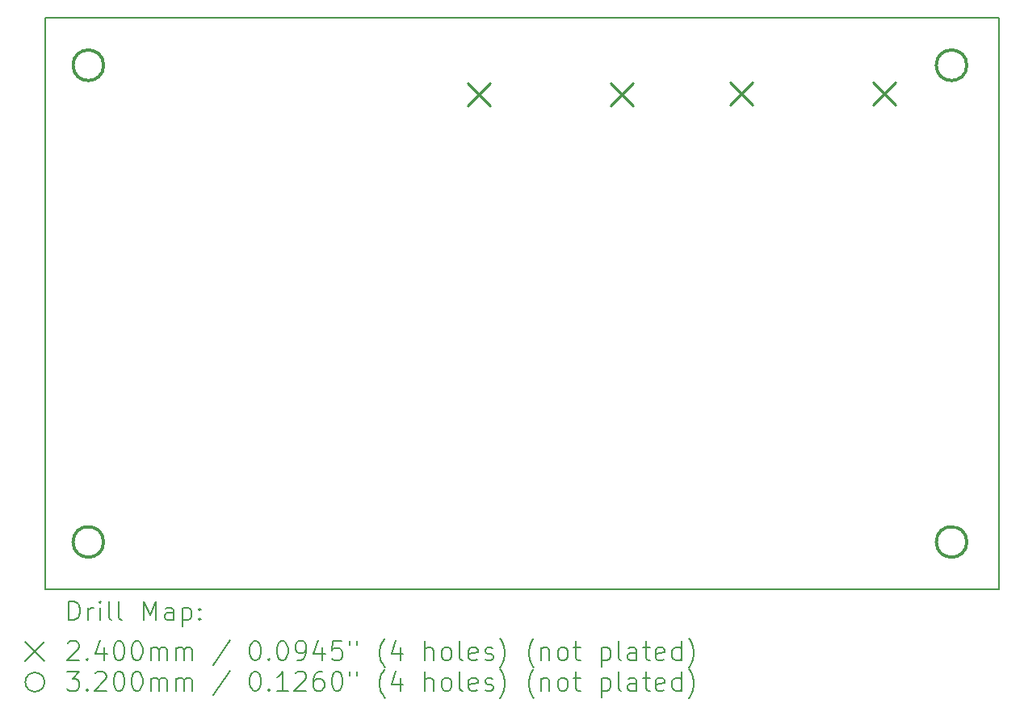
<source format=gbr>
%TF.GenerationSoftware,KiCad,Pcbnew,(6.0.11)*%
%TF.CreationDate,2024-07-28T13:45:36-05:00*%
%TF.ProjectId,iecprinter,69656370-7269-46e7-9465-722e6b696361,rev?*%
%TF.SameCoordinates,Original*%
%TF.FileFunction,Drillmap*%
%TF.FilePolarity,Positive*%
%FSLAX45Y45*%
G04 Gerber Fmt 4.5, Leading zero omitted, Abs format (unit mm)*
G04 Created by KiCad (PCBNEW (6.0.11)) date 2024-07-28 13:45:36*
%MOMM*%
%LPD*%
G01*
G04 APERTURE LIST*
%ADD10C,0.200000*%
%ADD11C,0.240000*%
%ADD12C,0.320000*%
G04 APERTURE END LIST*
D10*
X9100000Y-4100000D02*
X19100000Y-4100000D01*
X19100000Y-4100000D02*
X19100000Y-10100000D01*
X19100000Y-10100000D02*
X9100000Y-10100000D01*
X9100000Y-10100000D02*
X9100000Y-4100000D01*
D11*
X13522250Y-4785000D02*
X13762250Y-5025000D01*
X13762250Y-4785000D02*
X13522250Y-5025000D01*
X15022250Y-4785000D02*
X15262250Y-5025000D01*
X15262250Y-4785000D02*
X15022250Y-5025000D01*
X16275000Y-4777500D02*
X16515000Y-5017500D01*
X16515000Y-4777500D02*
X16275000Y-5017500D01*
X17775000Y-4777500D02*
X18015000Y-5017500D01*
X18015000Y-4777500D02*
X17775000Y-5017500D01*
D12*
X9710000Y-4600000D02*
G75*
G03*
X9710000Y-4600000I-160000J0D01*
G01*
X9710000Y-9600000D02*
G75*
G03*
X9710000Y-9600000I-160000J0D01*
G01*
X18760000Y-4600000D02*
G75*
G03*
X18760000Y-4600000I-160000J0D01*
G01*
X18760000Y-9600000D02*
G75*
G03*
X18760000Y-9600000I-160000J0D01*
G01*
D10*
X9347619Y-10420476D02*
X9347619Y-10220476D01*
X9395238Y-10220476D01*
X9423810Y-10230000D01*
X9442857Y-10249048D01*
X9452381Y-10268095D01*
X9461905Y-10306190D01*
X9461905Y-10334762D01*
X9452381Y-10372857D01*
X9442857Y-10391905D01*
X9423810Y-10410952D01*
X9395238Y-10420476D01*
X9347619Y-10420476D01*
X9547619Y-10420476D02*
X9547619Y-10287143D01*
X9547619Y-10325238D02*
X9557143Y-10306190D01*
X9566667Y-10296667D01*
X9585714Y-10287143D01*
X9604762Y-10287143D01*
X9671429Y-10420476D02*
X9671429Y-10287143D01*
X9671429Y-10220476D02*
X9661905Y-10230000D01*
X9671429Y-10239524D01*
X9680952Y-10230000D01*
X9671429Y-10220476D01*
X9671429Y-10239524D01*
X9795238Y-10420476D02*
X9776190Y-10410952D01*
X9766667Y-10391905D01*
X9766667Y-10220476D01*
X9900000Y-10420476D02*
X9880952Y-10410952D01*
X9871429Y-10391905D01*
X9871429Y-10220476D01*
X10128571Y-10420476D02*
X10128571Y-10220476D01*
X10195238Y-10363333D01*
X10261905Y-10220476D01*
X10261905Y-10420476D01*
X10442857Y-10420476D02*
X10442857Y-10315714D01*
X10433333Y-10296667D01*
X10414286Y-10287143D01*
X10376190Y-10287143D01*
X10357143Y-10296667D01*
X10442857Y-10410952D02*
X10423810Y-10420476D01*
X10376190Y-10420476D01*
X10357143Y-10410952D01*
X10347619Y-10391905D01*
X10347619Y-10372857D01*
X10357143Y-10353810D01*
X10376190Y-10344286D01*
X10423810Y-10344286D01*
X10442857Y-10334762D01*
X10538095Y-10287143D02*
X10538095Y-10487143D01*
X10538095Y-10296667D02*
X10557143Y-10287143D01*
X10595238Y-10287143D01*
X10614286Y-10296667D01*
X10623810Y-10306190D01*
X10633333Y-10325238D01*
X10633333Y-10382381D01*
X10623810Y-10401429D01*
X10614286Y-10410952D01*
X10595238Y-10420476D01*
X10557143Y-10420476D01*
X10538095Y-10410952D01*
X10719048Y-10401429D02*
X10728571Y-10410952D01*
X10719048Y-10420476D01*
X10709524Y-10410952D01*
X10719048Y-10401429D01*
X10719048Y-10420476D01*
X10719048Y-10296667D02*
X10728571Y-10306190D01*
X10719048Y-10315714D01*
X10709524Y-10306190D01*
X10719048Y-10296667D01*
X10719048Y-10315714D01*
X8890000Y-10650000D02*
X9090000Y-10850000D01*
X9090000Y-10650000D02*
X8890000Y-10850000D01*
X9338095Y-10659524D02*
X9347619Y-10650000D01*
X9366667Y-10640476D01*
X9414286Y-10640476D01*
X9433333Y-10650000D01*
X9442857Y-10659524D01*
X9452381Y-10678571D01*
X9452381Y-10697619D01*
X9442857Y-10726190D01*
X9328571Y-10840476D01*
X9452381Y-10840476D01*
X9538095Y-10821429D02*
X9547619Y-10830952D01*
X9538095Y-10840476D01*
X9528571Y-10830952D01*
X9538095Y-10821429D01*
X9538095Y-10840476D01*
X9719048Y-10707143D02*
X9719048Y-10840476D01*
X9671429Y-10630952D02*
X9623810Y-10773810D01*
X9747619Y-10773810D01*
X9861905Y-10640476D02*
X9880952Y-10640476D01*
X9900000Y-10650000D01*
X9909524Y-10659524D01*
X9919048Y-10678571D01*
X9928571Y-10716667D01*
X9928571Y-10764286D01*
X9919048Y-10802381D01*
X9909524Y-10821429D01*
X9900000Y-10830952D01*
X9880952Y-10840476D01*
X9861905Y-10840476D01*
X9842857Y-10830952D01*
X9833333Y-10821429D01*
X9823810Y-10802381D01*
X9814286Y-10764286D01*
X9814286Y-10716667D01*
X9823810Y-10678571D01*
X9833333Y-10659524D01*
X9842857Y-10650000D01*
X9861905Y-10640476D01*
X10052381Y-10640476D02*
X10071429Y-10640476D01*
X10090476Y-10650000D01*
X10100000Y-10659524D01*
X10109524Y-10678571D01*
X10119048Y-10716667D01*
X10119048Y-10764286D01*
X10109524Y-10802381D01*
X10100000Y-10821429D01*
X10090476Y-10830952D01*
X10071429Y-10840476D01*
X10052381Y-10840476D01*
X10033333Y-10830952D01*
X10023810Y-10821429D01*
X10014286Y-10802381D01*
X10004762Y-10764286D01*
X10004762Y-10716667D01*
X10014286Y-10678571D01*
X10023810Y-10659524D01*
X10033333Y-10650000D01*
X10052381Y-10640476D01*
X10204762Y-10840476D02*
X10204762Y-10707143D01*
X10204762Y-10726190D02*
X10214286Y-10716667D01*
X10233333Y-10707143D01*
X10261905Y-10707143D01*
X10280952Y-10716667D01*
X10290476Y-10735714D01*
X10290476Y-10840476D01*
X10290476Y-10735714D02*
X10300000Y-10716667D01*
X10319048Y-10707143D01*
X10347619Y-10707143D01*
X10366667Y-10716667D01*
X10376190Y-10735714D01*
X10376190Y-10840476D01*
X10471429Y-10840476D02*
X10471429Y-10707143D01*
X10471429Y-10726190D02*
X10480952Y-10716667D01*
X10500000Y-10707143D01*
X10528571Y-10707143D01*
X10547619Y-10716667D01*
X10557143Y-10735714D01*
X10557143Y-10840476D01*
X10557143Y-10735714D02*
X10566667Y-10716667D01*
X10585714Y-10707143D01*
X10614286Y-10707143D01*
X10633333Y-10716667D01*
X10642857Y-10735714D01*
X10642857Y-10840476D01*
X11033333Y-10630952D02*
X10861905Y-10888095D01*
X11290476Y-10640476D02*
X11309524Y-10640476D01*
X11328571Y-10650000D01*
X11338095Y-10659524D01*
X11347619Y-10678571D01*
X11357143Y-10716667D01*
X11357143Y-10764286D01*
X11347619Y-10802381D01*
X11338095Y-10821429D01*
X11328571Y-10830952D01*
X11309524Y-10840476D01*
X11290476Y-10840476D01*
X11271428Y-10830952D01*
X11261905Y-10821429D01*
X11252381Y-10802381D01*
X11242857Y-10764286D01*
X11242857Y-10716667D01*
X11252381Y-10678571D01*
X11261905Y-10659524D01*
X11271428Y-10650000D01*
X11290476Y-10640476D01*
X11442857Y-10821429D02*
X11452381Y-10830952D01*
X11442857Y-10840476D01*
X11433333Y-10830952D01*
X11442857Y-10821429D01*
X11442857Y-10840476D01*
X11576190Y-10640476D02*
X11595238Y-10640476D01*
X11614286Y-10650000D01*
X11623809Y-10659524D01*
X11633333Y-10678571D01*
X11642857Y-10716667D01*
X11642857Y-10764286D01*
X11633333Y-10802381D01*
X11623809Y-10821429D01*
X11614286Y-10830952D01*
X11595238Y-10840476D01*
X11576190Y-10840476D01*
X11557143Y-10830952D01*
X11547619Y-10821429D01*
X11538095Y-10802381D01*
X11528571Y-10764286D01*
X11528571Y-10716667D01*
X11538095Y-10678571D01*
X11547619Y-10659524D01*
X11557143Y-10650000D01*
X11576190Y-10640476D01*
X11738095Y-10840476D02*
X11776190Y-10840476D01*
X11795238Y-10830952D01*
X11804762Y-10821429D01*
X11823809Y-10792857D01*
X11833333Y-10754762D01*
X11833333Y-10678571D01*
X11823809Y-10659524D01*
X11814286Y-10650000D01*
X11795238Y-10640476D01*
X11757143Y-10640476D01*
X11738095Y-10650000D01*
X11728571Y-10659524D01*
X11719048Y-10678571D01*
X11719048Y-10726190D01*
X11728571Y-10745238D01*
X11738095Y-10754762D01*
X11757143Y-10764286D01*
X11795238Y-10764286D01*
X11814286Y-10754762D01*
X11823809Y-10745238D01*
X11833333Y-10726190D01*
X12004762Y-10707143D02*
X12004762Y-10840476D01*
X11957143Y-10630952D02*
X11909524Y-10773810D01*
X12033333Y-10773810D01*
X12204762Y-10640476D02*
X12109524Y-10640476D01*
X12100000Y-10735714D01*
X12109524Y-10726190D01*
X12128571Y-10716667D01*
X12176190Y-10716667D01*
X12195238Y-10726190D01*
X12204762Y-10735714D01*
X12214286Y-10754762D01*
X12214286Y-10802381D01*
X12204762Y-10821429D01*
X12195238Y-10830952D01*
X12176190Y-10840476D01*
X12128571Y-10840476D01*
X12109524Y-10830952D01*
X12100000Y-10821429D01*
X12290476Y-10640476D02*
X12290476Y-10678571D01*
X12366667Y-10640476D02*
X12366667Y-10678571D01*
X12661905Y-10916667D02*
X12652381Y-10907143D01*
X12633333Y-10878571D01*
X12623809Y-10859524D01*
X12614286Y-10830952D01*
X12604762Y-10783333D01*
X12604762Y-10745238D01*
X12614286Y-10697619D01*
X12623809Y-10669048D01*
X12633333Y-10650000D01*
X12652381Y-10621429D01*
X12661905Y-10611905D01*
X12823809Y-10707143D02*
X12823809Y-10840476D01*
X12776190Y-10630952D02*
X12728571Y-10773810D01*
X12852381Y-10773810D01*
X13080952Y-10840476D02*
X13080952Y-10640476D01*
X13166667Y-10840476D02*
X13166667Y-10735714D01*
X13157143Y-10716667D01*
X13138095Y-10707143D01*
X13109524Y-10707143D01*
X13090476Y-10716667D01*
X13080952Y-10726190D01*
X13290476Y-10840476D02*
X13271428Y-10830952D01*
X13261905Y-10821429D01*
X13252381Y-10802381D01*
X13252381Y-10745238D01*
X13261905Y-10726190D01*
X13271428Y-10716667D01*
X13290476Y-10707143D01*
X13319048Y-10707143D01*
X13338095Y-10716667D01*
X13347619Y-10726190D01*
X13357143Y-10745238D01*
X13357143Y-10802381D01*
X13347619Y-10821429D01*
X13338095Y-10830952D01*
X13319048Y-10840476D01*
X13290476Y-10840476D01*
X13471428Y-10840476D02*
X13452381Y-10830952D01*
X13442857Y-10811905D01*
X13442857Y-10640476D01*
X13623809Y-10830952D02*
X13604762Y-10840476D01*
X13566667Y-10840476D01*
X13547619Y-10830952D01*
X13538095Y-10811905D01*
X13538095Y-10735714D01*
X13547619Y-10716667D01*
X13566667Y-10707143D01*
X13604762Y-10707143D01*
X13623809Y-10716667D01*
X13633333Y-10735714D01*
X13633333Y-10754762D01*
X13538095Y-10773810D01*
X13709524Y-10830952D02*
X13728571Y-10840476D01*
X13766667Y-10840476D01*
X13785714Y-10830952D01*
X13795238Y-10811905D01*
X13795238Y-10802381D01*
X13785714Y-10783333D01*
X13766667Y-10773810D01*
X13738095Y-10773810D01*
X13719048Y-10764286D01*
X13709524Y-10745238D01*
X13709524Y-10735714D01*
X13719048Y-10716667D01*
X13738095Y-10707143D01*
X13766667Y-10707143D01*
X13785714Y-10716667D01*
X13861905Y-10916667D02*
X13871428Y-10907143D01*
X13890476Y-10878571D01*
X13900000Y-10859524D01*
X13909524Y-10830952D01*
X13919048Y-10783333D01*
X13919048Y-10745238D01*
X13909524Y-10697619D01*
X13900000Y-10669048D01*
X13890476Y-10650000D01*
X13871428Y-10621429D01*
X13861905Y-10611905D01*
X14223809Y-10916667D02*
X14214286Y-10907143D01*
X14195238Y-10878571D01*
X14185714Y-10859524D01*
X14176190Y-10830952D01*
X14166667Y-10783333D01*
X14166667Y-10745238D01*
X14176190Y-10697619D01*
X14185714Y-10669048D01*
X14195238Y-10650000D01*
X14214286Y-10621429D01*
X14223809Y-10611905D01*
X14300000Y-10707143D02*
X14300000Y-10840476D01*
X14300000Y-10726190D02*
X14309524Y-10716667D01*
X14328571Y-10707143D01*
X14357143Y-10707143D01*
X14376190Y-10716667D01*
X14385714Y-10735714D01*
X14385714Y-10840476D01*
X14509524Y-10840476D02*
X14490476Y-10830952D01*
X14480952Y-10821429D01*
X14471428Y-10802381D01*
X14471428Y-10745238D01*
X14480952Y-10726190D01*
X14490476Y-10716667D01*
X14509524Y-10707143D01*
X14538095Y-10707143D01*
X14557143Y-10716667D01*
X14566667Y-10726190D01*
X14576190Y-10745238D01*
X14576190Y-10802381D01*
X14566667Y-10821429D01*
X14557143Y-10830952D01*
X14538095Y-10840476D01*
X14509524Y-10840476D01*
X14633333Y-10707143D02*
X14709524Y-10707143D01*
X14661905Y-10640476D02*
X14661905Y-10811905D01*
X14671428Y-10830952D01*
X14690476Y-10840476D01*
X14709524Y-10840476D01*
X14928571Y-10707143D02*
X14928571Y-10907143D01*
X14928571Y-10716667D02*
X14947619Y-10707143D01*
X14985714Y-10707143D01*
X15004762Y-10716667D01*
X15014286Y-10726190D01*
X15023809Y-10745238D01*
X15023809Y-10802381D01*
X15014286Y-10821429D01*
X15004762Y-10830952D01*
X14985714Y-10840476D01*
X14947619Y-10840476D01*
X14928571Y-10830952D01*
X15138095Y-10840476D02*
X15119048Y-10830952D01*
X15109524Y-10811905D01*
X15109524Y-10640476D01*
X15300000Y-10840476D02*
X15300000Y-10735714D01*
X15290476Y-10716667D01*
X15271428Y-10707143D01*
X15233333Y-10707143D01*
X15214286Y-10716667D01*
X15300000Y-10830952D02*
X15280952Y-10840476D01*
X15233333Y-10840476D01*
X15214286Y-10830952D01*
X15204762Y-10811905D01*
X15204762Y-10792857D01*
X15214286Y-10773810D01*
X15233333Y-10764286D01*
X15280952Y-10764286D01*
X15300000Y-10754762D01*
X15366667Y-10707143D02*
X15442857Y-10707143D01*
X15395238Y-10640476D02*
X15395238Y-10811905D01*
X15404762Y-10830952D01*
X15423809Y-10840476D01*
X15442857Y-10840476D01*
X15585714Y-10830952D02*
X15566667Y-10840476D01*
X15528571Y-10840476D01*
X15509524Y-10830952D01*
X15500000Y-10811905D01*
X15500000Y-10735714D01*
X15509524Y-10716667D01*
X15528571Y-10707143D01*
X15566667Y-10707143D01*
X15585714Y-10716667D01*
X15595238Y-10735714D01*
X15595238Y-10754762D01*
X15500000Y-10773810D01*
X15766667Y-10840476D02*
X15766667Y-10640476D01*
X15766667Y-10830952D02*
X15747619Y-10840476D01*
X15709524Y-10840476D01*
X15690476Y-10830952D01*
X15680952Y-10821429D01*
X15671428Y-10802381D01*
X15671428Y-10745238D01*
X15680952Y-10726190D01*
X15690476Y-10716667D01*
X15709524Y-10707143D01*
X15747619Y-10707143D01*
X15766667Y-10716667D01*
X15842857Y-10916667D02*
X15852381Y-10907143D01*
X15871428Y-10878571D01*
X15880952Y-10859524D01*
X15890476Y-10830952D01*
X15900000Y-10783333D01*
X15900000Y-10745238D01*
X15890476Y-10697619D01*
X15880952Y-10669048D01*
X15871428Y-10650000D01*
X15852381Y-10621429D01*
X15842857Y-10611905D01*
X9090000Y-11070000D02*
G75*
G03*
X9090000Y-11070000I-100000J0D01*
G01*
X9328571Y-10960476D02*
X9452381Y-10960476D01*
X9385714Y-11036667D01*
X9414286Y-11036667D01*
X9433333Y-11046190D01*
X9442857Y-11055714D01*
X9452381Y-11074762D01*
X9452381Y-11122381D01*
X9442857Y-11141429D01*
X9433333Y-11150952D01*
X9414286Y-11160476D01*
X9357143Y-11160476D01*
X9338095Y-11150952D01*
X9328571Y-11141429D01*
X9538095Y-11141429D02*
X9547619Y-11150952D01*
X9538095Y-11160476D01*
X9528571Y-11150952D01*
X9538095Y-11141429D01*
X9538095Y-11160476D01*
X9623810Y-10979524D02*
X9633333Y-10970000D01*
X9652381Y-10960476D01*
X9700000Y-10960476D01*
X9719048Y-10970000D01*
X9728571Y-10979524D01*
X9738095Y-10998571D01*
X9738095Y-11017619D01*
X9728571Y-11046190D01*
X9614286Y-11160476D01*
X9738095Y-11160476D01*
X9861905Y-10960476D02*
X9880952Y-10960476D01*
X9900000Y-10970000D01*
X9909524Y-10979524D01*
X9919048Y-10998571D01*
X9928571Y-11036667D01*
X9928571Y-11084286D01*
X9919048Y-11122381D01*
X9909524Y-11141429D01*
X9900000Y-11150952D01*
X9880952Y-11160476D01*
X9861905Y-11160476D01*
X9842857Y-11150952D01*
X9833333Y-11141429D01*
X9823810Y-11122381D01*
X9814286Y-11084286D01*
X9814286Y-11036667D01*
X9823810Y-10998571D01*
X9833333Y-10979524D01*
X9842857Y-10970000D01*
X9861905Y-10960476D01*
X10052381Y-10960476D02*
X10071429Y-10960476D01*
X10090476Y-10970000D01*
X10100000Y-10979524D01*
X10109524Y-10998571D01*
X10119048Y-11036667D01*
X10119048Y-11084286D01*
X10109524Y-11122381D01*
X10100000Y-11141429D01*
X10090476Y-11150952D01*
X10071429Y-11160476D01*
X10052381Y-11160476D01*
X10033333Y-11150952D01*
X10023810Y-11141429D01*
X10014286Y-11122381D01*
X10004762Y-11084286D01*
X10004762Y-11036667D01*
X10014286Y-10998571D01*
X10023810Y-10979524D01*
X10033333Y-10970000D01*
X10052381Y-10960476D01*
X10204762Y-11160476D02*
X10204762Y-11027143D01*
X10204762Y-11046190D02*
X10214286Y-11036667D01*
X10233333Y-11027143D01*
X10261905Y-11027143D01*
X10280952Y-11036667D01*
X10290476Y-11055714D01*
X10290476Y-11160476D01*
X10290476Y-11055714D02*
X10300000Y-11036667D01*
X10319048Y-11027143D01*
X10347619Y-11027143D01*
X10366667Y-11036667D01*
X10376190Y-11055714D01*
X10376190Y-11160476D01*
X10471429Y-11160476D02*
X10471429Y-11027143D01*
X10471429Y-11046190D02*
X10480952Y-11036667D01*
X10500000Y-11027143D01*
X10528571Y-11027143D01*
X10547619Y-11036667D01*
X10557143Y-11055714D01*
X10557143Y-11160476D01*
X10557143Y-11055714D02*
X10566667Y-11036667D01*
X10585714Y-11027143D01*
X10614286Y-11027143D01*
X10633333Y-11036667D01*
X10642857Y-11055714D01*
X10642857Y-11160476D01*
X11033333Y-10950952D02*
X10861905Y-11208095D01*
X11290476Y-10960476D02*
X11309524Y-10960476D01*
X11328571Y-10970000D01*
X11338095Y-10979524D01*
X11347619Y-10998571D01*
X11357143Y-11036667D01*
X11357143Y-11084286D01*
X11347619Y-11122381D01*
X11338095Y-11141429D01*
X11328571Y-11150952D01*
X11309524Y-11160476D01*
X11290476Y-11160476D01*
X11271428Y-11150952D01*
X11261905Y-11141429D01*
X11252381Y-11122381D01*
X11242857Y-11084286D01*
X11242857Y-11036667D01*
X11252381Y-10998571D01*
X11261905Y-10979524D01*
X11271428Y-10970000D01*
X11290476Y-10960476D01*
X11442857Y-11141429D02*
X11452381Y-11150952D01*
X11442857Y-11160476D01*
X11433333Y-11150952D01*
X11442857Y-11141429D01*
X11442857Y-11160476D01*
X11642857Y-11160476D02*
X11528571Y-11160476D01*
X11585714Y-11160476D02*
X11585714Y-10960476D01*
X11566667Y-10989048D01*
X11547619Y-11008095D01*
X11528571Y-11017619D01*
X11719048Y-10979524D02*
X11728571Y-10970000D01*
X11747619Y-10960476D01*
X11795238Y-10960476D01*
X11814286Y-10970000D01*
X11823809Y-10979524D01*
X11833333Y-10998571D01*
X11833333Y-11017619D01*
X11823809Y-11046190D01*
X11709524Y-11160476D01*
X11833333Y-11160476D01*
X12004762Y-10960476D02*
X11966667Y-10960476D01*
X11947619Y-10970000D01*
X11938095Y-10979524D01*
X11919048Y-11008095D01*
X11909524Y-11046190D01*
X11909524Y-11122381D01*
X11919048Y-11141429D01*
X11928571Y-11150952D01*
X11947619Y-11160476D01*
X11985714Y-11160476D01*
X12004762Y-11150952D01*
X12014286Y-11141429D01*
X12023809Y-11122381D01*
X12023809Y-11074762D01*
X12014286Y-11055714D01*
X12004762Y-11046190D01*
X11985714Y-11036667D01*
X11947619Y-11036667D01*
X11928571Y-11046190D01*
X11919048Y-11055714D01*
X11909524Y-11074762D01*
X12147619Y-10960476D02*
X12166667Y-10960476D01*
X12185714Y-10970000D01*
X12195238Y-10979524D01*
X12204762Y-10998571D01*
X12214286Y-11036667D01*
X12214286Y-11084286D01*
X12204762Y-11122381D01*
X12195238Y-11141429D01*
X12185714Y-11150952D01*
X12166667Y-11160476D01*
X12147619Y-11160476D01*
X12128571Y-11150952D01*
X12119048Y-11141429D01*
X12109524Y-11122381D01*
X12100000Y-11084286D01*
X12100000Y-11036667D01*
X12109524Y-10998571D01*
X12119048Y-10979524D01*
X12128571Y-10970000D01*
X12147619Y-10960476D01*
X12290476Y-10960476D02*
X12290476Y-10998571D01*
X12366667Y-10960476D02*
X12366667Y-10998571D01*
X12661905Y-11236667D02*
X12652381Y-11227143D01*
X12633333Y-11198571D01*
X12623809Y-11179524D01*
X12614286Y-11150952D01*
X12604762Y-11103333D01*
X12604762Y-11065238D01*
X12614286Y-11017619D01*
X12623809Y-10989048D01*
X12633333Y-10970000D01*
X12652381Y-10941429D01*
X12661905Y-10931905D01*
X12823809Y-11027143D02*
X12823809Y-11160476D01*
X12776190Y-10950952D02*
X12728571Y-11093810D01*
X12852381Y-11093810D01*
X13080952Y-11160476D02*
X13080952Y-10960476D01*
X13166667Y-11160476D02*
X13166667Y-11055714D01*
X13157143Y-11036667D01*
X13138095Y-11027143D01*
X13109524Y-11027143D01*
X13090476Y-11036667D01*
X13080952Y-11046190D01*
X13290476Y-11160476D02*
X13271428Y-11150952D01*
X13261905Y-11141429D01*
X13252381Y-11122381D01*
X13252381Y-11065238D01*
X13261905Y-11046190D01*
X13271428Y-11036667D01*
X13290476Y-11027143D01*
X13319048Y-11027143D01*
X13338095Y-11036667D01*
X13347619Y-11046190D01*
X13357143Y-11065238D01*
X13357143Y-11122381D01*
X13347619Y-11141429D01*
X13338095Y-11150952D01*
X13319048Y-11160476D01*
X13290476Y-11160476D01*
X13471428Y-11160476D02*
X13452381Y-11150952D01*
X13442857Y-11131905D01*
X13442857Y-10960476D01*
X13623809Y-11150952D02*
X13604762Y-11160476D01*
X13566667Y-11160476D01*
X13547619Y-11150952D01*
X13538095Y-11131905D01*
X13538095Y-11055714D01*
X13547619Y-11036667D01*
X13566667Y-11027143D01*
X13604762Y-11027143D01*
X13623809Y-11036667D01*
X13633333Y-11055714D01*
X13633333Y-11074762D01*
X13538095Y-11093810D01*
X13709524Y-11150952D02*
X13728571Y-11160476D01*
X13766667Y-11160476D01*
X13785714Y-11150952D01*
X13795238Y-11131905D01*
X13795238Y-11122381D01*
X13785714Y-11103333D01*
X13766667Y-11093810D01*
X13738095Y-11093810D01*
X13719048Y-11084286D01*
X13709524Y-11065238D01*
X13709524Y-11055714D01*
X13719048Y-11036667D01*
X13738095Y-11027143D01*
X13766667Y-11027143D01*
X13785714Y-11036667D01*
X13861905Y-11236667D02*
X13871428Y-11227143D01*
X13890476Y-11198571D01*
X13900000Y-11179524D01*
X13909524Y-11150952D01*
X13919048Y-11103333D01*
X13919048Y-11065238D01*
X13909524Y-11017619D01*
X13900000Y-10989048D01*
X13890476Y-10970000D01*
X13871428Y-10941429D01*
X13861905Y-10931905D01*
X14223809Y-11236667D02*
X14214286Y-11227143D01*
X14195238Y-11198571D01*
X14185714Y-11179524D01*
X14176190Y-11150952D01*
X14166667Y-11103333D01*
X14166667Y-11065238D01*
X14176190Y-11017619D01*
X14185714Y-10989048D01*
X14195238Y-10970000D01*
X14214286Y-10941429D01*
X14223809Y-10931905D01*
X14300000Y-11027143D02*
X14300000Y-11160476D01*
X14300000Y-11046190D02*
X14309524Y-11036667D01*
X14328571Y-11027143D01*
X14357143Y-11027143D01*
X14376190Y-11036667D01*
X14385714Y-11055714D01*
X14385714Y-11160476D01*
X14509524Y-11160476D02*
X14490476Y-11150952D01*
X14480952Y-11141429D01*
X14471428Y-11122381D01*
X14471428Y-11065238D01*
X14480952Y-11046190D01*
X14490476Y-11036667D01*
X14509524Y-11027143D01*
X14538095Y-11027143D01*
X14557143Y-11036667D01*
X14566667Y-11046190D01*
X14576190Y-11065238D01*
X14576190Y-11122381D01*
X14566667Y-11141429D01*
X14557143Y-11150952D01*
X14538095Y-11160476D01*
X14509524Y-11160476D01*
X14633333Y-11027143D02*
X14709524Y-11027143D01*
X14661905Y-10960476D02*
X14661905Y-11131905D01*
X14671428Y-11150952D01*
X14690476Y-11160476D01*
X14709524Y-11160476D01*
X14928571Y-11027143D02*
X14928571Y-11227143D01*
X14928571Y-11036667D02*
X14947619Y-11027143D01*
X14985714Y-11027143D01*
X15004762Y-11036667D01*
X15014286Y-11046190D01*
X15023809Y-11065238D01*
X15023809Y-11122381D01*
X15014286Y-11141429D01*
X15004762Y-11150952D01*
X14985714Y-11160476D01*
X14947619Y-11160476D01*
X14928571Y-11150952D01*
X15138095Y-11160476D02*
X15119048Y-11150952D01*
X15109524Y-11131905D01*
X15109524Y-10960476D01*
X15300000Y-11160476D02*
X15300000Y-11055714D01*
X15290476Y-11036667D01*
X15271428Y-11027143D01*
X15233333Y-11027143D01*
X15214286Y-11036667D01*
X15300000Y-11150952D02*
X15280952Y-11160476D01*
X15233333Y-11160476D01*
X15214286Y-11150952D01*
X15204762Y-11131905D01*
X15204762Y-11112857D01*
X15214286Y-11093810D01*
X15233333Y-11084286D01*
X15280952Y-11084286D01*
X15300000Y-11074762D01*
X15366667Y-11027143D02*
X15442857Y-11027143D01*
X15395238Y-10960476D02*
X15395238Y-11131905D01*
X15404762Y-11150952D01*
X15423809Y-11160476D01*
X15442857Y-11160476D01*
X15585714Y-11150952D02*
X15566667Y-11160476D01*
X15528571Y-11160476D01*
X15509524Y-11150952D01*
X15500000Y-11131905D01*
X15500000Y-11055714D01*
X15509524Y-11036667D01*
X15528571Y-11027143D01*
X15566667Y-11027143D01*
X15585714Y-11036667D01*
X15595238Y-11055714D01*
X15595238Y-11074762D01*
X15500000Y-11093810D01*
X15766667Y-11160476D02*
X15766667Y-10960476D01*
X15766667Y-11150952D02*
X15747619Y-11160476D01*
X15709524Y-11160476D01*
X15690476Y-11150952D01*
X15680952Y-11141429D01*
X15671428Y-11122381D01*
X15671428Y-11065238D01*
X15680952Y-11046190D01*
X15690476Y-11036667D01*
X15709524Y-11027143D01*
X15747619Y-11027143D01*
X15766667Y-11036667D01*
X15842857Y-11236667D02*
X15852381Y-11227143D01*
X15871428Y-11198571D01*
X15880952Y-11179524D01*
X15890476Y-11150952D01*
X15900000Y-11103333D01*
X15900000Y-11065238D01*
X15890476Y-11017619D01*
X15880952Y-10989048D01*
X15871428Y-10970000D01*
X15852381Y-10941429D01*
X15842857Y-10931905D01*
M02*

</source>
